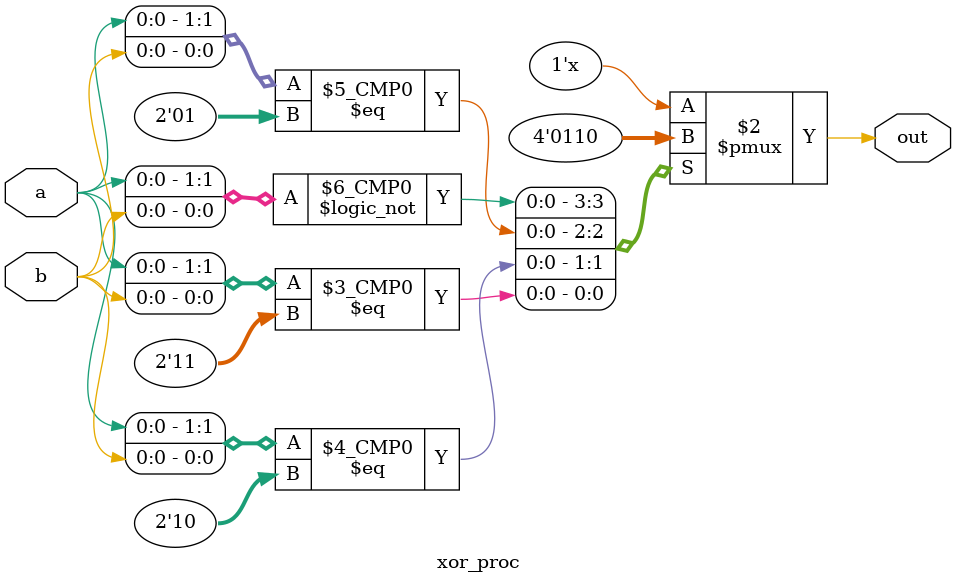
<source format=v>
`timescale 1ns / 1ps
module xor_proc(
    input a,
    input b,
    output reg out
    );
	 
	always @(*)
		begin
			case ({a, b})
				2'b00: out = 0;
				2'b01: out = 1;
            2'b10: out = 1;
            2'b11: out = 0;
            default: out = 1'bx;
        endcase
    end   

endmodule


</source>
